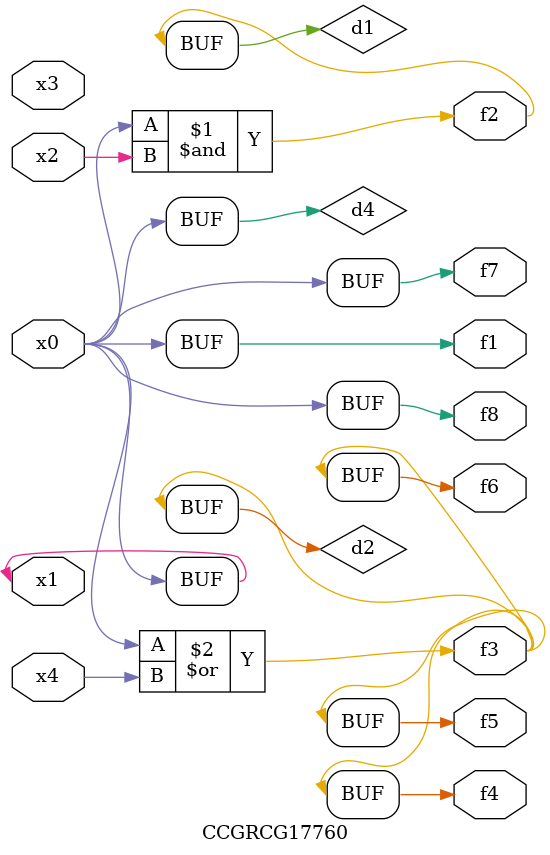
<source format=v>
module CCGRCG17760(
	input x0, x1, x2, x3, x4,
	output f1, f2, f3, f4, f5, f6, f7, f8
);

	wire d1, d2, d3, d4;

	and (d1, x0, x2);
	or (d2, x0, x4);
	nand (d3, x0, x2);
	buf (d4, x0, x1);
	assign f1 = d4;
	assign f2 = d1;
	assign f3 = d2;
	assign f4 = d2;
	assign f5 = d2;
	assign f6 = d2;
	assign f7 = d4;
	assign f8 = d4;
endmodule

</source>
